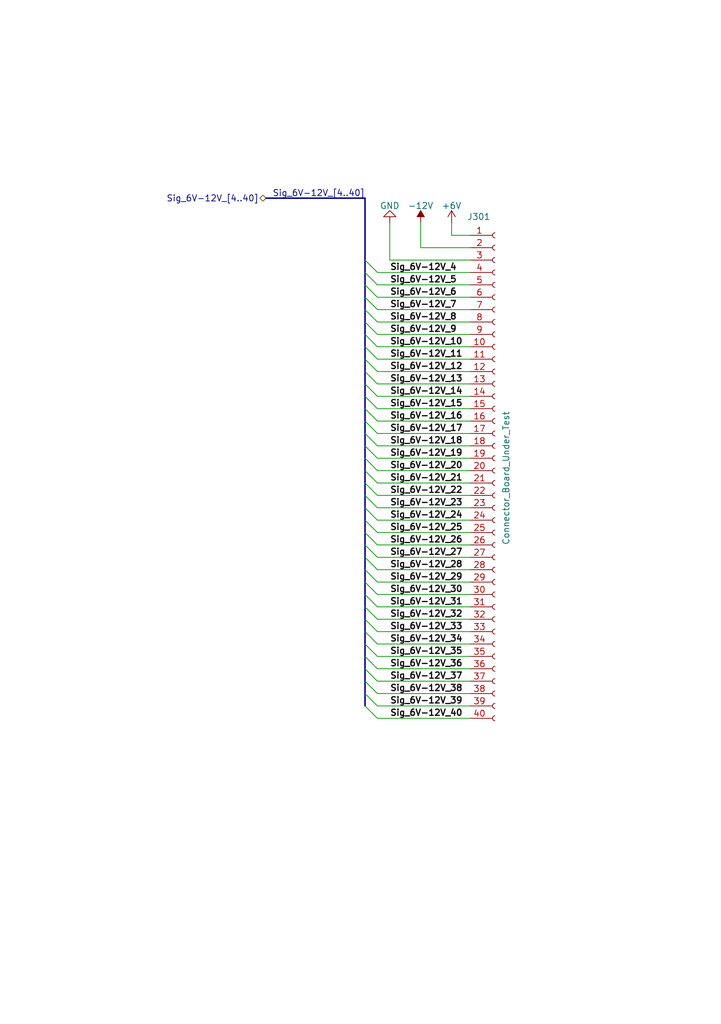
<source format=kicad_sch>
(kicad_sch (version 20250114) (generator "eeschema") (generator_version "9.0")
  (paper "A5" portrait)
  (title_block (title "VersaLogic board tester") (date "2025-08-13") (rev "1.0.alpha") (comment 1 "Copyright (c) 2025 by Filip Pynckels & Robin Pynckels"))
  (lib_symbols
    (symbol "Connector:Conn_01x40_Socket" (pin_names (offset 1.016) (hide yes))
      (property "Reference" "J" (at 0 50.8 0))
      (property "Value" "Conn_01x40_Socket" (at 0 -53.34 0))
      (symbol "Conn_01x40_Socket_1_1"
        (polyline (pts (xy -1.27 48.26) (xy -0.508 48.26)) (stroke (width 0.1524)))
        (polyline (pts (xy -1.27 45.72) (xy -0.508 45.72)) (stroke (width 0.1524)))
        (polyline (pts (xy -1.27 43.18) (xy -0.508 43.18)) (stroke (width 0.1524)))
        (polyline (pts (xy -1.27 40.64) (xy -0.508 40.64)) (stroke (width 0.1524)))
        (polyline (pts (xy -1.27 38.1) (xy -0.508 38.1)) (stroke (width 0.1524)))
        (polyline (pts (xy -1.27 35.56) (xy -0.508 35.56)) (stroke (width 0.1524)))
        (polyline (pts (xy -1.27 33.02) (xy -0.508 33.02)) (stroke (width 0.1524)))
        (polyline (pts (xy -1.27 30.48) (xy -0.508 30.48)) (stroke (width 0.1524)))
        (polyline (pts (xy -1.27 27.94) (xy -0.508 27.94)) (stroke (width 0.1524)))
        (polyline (pts (xy -1.27 25.4) (xy -0.508 25.4)) (stroke (width 0.1524)))
        (polyline (pts (xy -1.27 22.86) (xy -0.508 22.86)) (stroke (width 0.1524)))
        (polyline (pts (xy -1.27 20.32) (xy -0.508 20.32)) (stroke (width 0.1524)))
        (polyline (pts (xy -1.27 17.78) (xy -0.508 17.78)) (stroke (width 0.1524)))
        (polyline (pts (xy -1.27 15.24) (xy -0.508 15.24)) (stroke (width 0.1524)))
        (polyline (pts (xy -1.27 12.7) (xy -0.508 12.7)) (stroke (width 0.1524)))
        (polyline (pts (xy -1.27 10.16) (xy -0.508 10.16)) (stroke (width 0.1524)))
        (polyline (pts (xy -1.27 7.62) (xy -0.508 7.62)) (stroke (width 0.1524)))
        (polyline (pts (xy -1.27 5.08) (xy -0.508 5.08)) (stroke (width 0.1524)))
        (polyline (pts (xy -1.27 2.54) (xy -0.508 2.54)) (stroke (width 0.1524)))
        (polyline (pts (xy -1.27 0) (xy -0.508 0)) (stroke (width 0.1524)))
        (polyline (pts (xy -1.27 -2.54) (xy -0.508 -2.54)) (stroke (width 0.1524)))
        (polyline (pts (xy -1.27 -5.08) (xy -0.508 -5.08)) (stroke (width 0.1524)))
        (polyline (pts (xy -1.27 -7.62) (xy -0.508 -7.62)) (stroke (width 0.1524)))
        (polyline (pts (xy -1.27 -10.16) (xy -0.508 -10.16)) (stroke (width 0.1524)))
        (polyline (pts (xy -1.27 -12.7) (xy -0.508 -12.7)) (stroke (width 0.1524)))
        (polyline (pts (xy -1.27 -15.24) (xy -0.508 -15.24)) (stroke (width 0.1524)))
        (polyline (pts (xy -1.27 -17.78) (xy -0.508 -17.78)) (stroke (width 0.1524)))
        (polyline (pts (xy -1.27 -20.32) (xy -0.508 -20.32)) (stroke (width 0.1524)))
        (polyline (pts (xy -1.27 -22.86) (xy -0.508 -22.86)) (stroke (width 0.1524)))
        (polyline (pts (xy -1.27 -25.4) (xy -0.508 -25.4)) (stroke (width 0.1524)))
        (polyline (pts (xy -1.27 -27.94) (xy -0.508 -27.94)) (stroke (width 0.1524)))
        (polyline (pts (xy -1.27 -30.48) (xy -0.508 -30.48)) (stroke (width 0.1524)))
        (polyline (pts (xy -1.27 -33.02) (xy -0.508 -33.02)) (stroke (width 0.1524)))
        (polyline (pts (xy -1.27 -35.56) (xy -0.508 -35.56)) (stroke (width 0.1524)))
        (polyline (pts (xy -1.27 -38.1) (xy -0.508 -38.1)) (stroke (width 0.1524)))
        (polyline (pts (xy -1.27 -40.64) (xy -0.508 -40.64)) (stroke (width 0.1524)))
        (polyline (pts (xy -1.27 -43.18) (xy -0.508 -43.18)) (stroke (width 0.1524)))
        (polyline (pts (xy -1.27 -45.72) (xy -0.508 -45.72)) (stroke (width 0.1524)))
        (polyline (pts (xy -1.27 -48.26) (xy -0.508 -48.26)) (stroke (width 0.1524)))
        (polyline (pts (xy -1.27 -50.8) (xy -0.508 -50.8)) (stroke (width 0.1524)))
        (arc (start 0 47.752) (mid -0.5058 48.26) (end 0 48.768) (stroke (width 0.1524)))
        (arc (start 0 45.212) (mid -0.5058 45.72) (end 0 46.228) (stroke (width 0.1524)))
        (arc (start 0 42.672) (mid -0.5058 43.18) (end 0 43.688) (stroke (width 0.1524)))
        (arc (start 0 40.132) (mid -0.5058 40.64) (end 0 41.148) (stroke (width 0.1524)))
        (arc (start 0 37.592) (mid -0.5058 38.1) (end 0 38.608) (stroke (width 0.1524)))
        (arc (start 0 35.052) (mid -0.5058 35.56) (end 0 36.068) (stroke (width 0.1524)))
        (arc (start 0 32.512) (mid -0.5058 33.02) (end 0 33.528) (stroke (width 0.1524)))
        (arc (start 0 29.972) (mid -0.5058 30.48) (end 0 30.988) (stroke (width 0.1524)))
        (arc (start 0 27.432) (mid -0.5058 27.94) (end 0 28.448) (stroke (width 0.1524)))
        (arc (start 0 24.892) (mid -0.5058 25.4) (end 0 25.908) (stroke (width 0.1524)))
        (arc (start 0 22.352) (mid -0.5058 22.86) (end 0 23.368) (stroke (width 0.1524)))
        (arc (start 0 19.812) (mid -0.5058 20.32) (end 0 20.828) (stroke (width 0.1524)))
        (arc (start 0 17.272) (mid -0.5058 17.78) (end 0 18.288) (stroke (width 0.1524)))
        (arc (start 0 14.732) (mid -0.5058 15.24) (end 0 15.748) (stroke (width 0.1524)))
        (arc (start 0 12.192) (mid -0.5058 12.7) (end 0 13.208) (stroke (width 0.1524)))
        (arc (start 0 9.652) (mid -0.5058 10.16) (end 0 10.668) (stroke (width 0.1524)))
        (arc (start 0 7.112) (mid -0.5058 7.62) (end 0 8.128) (stroke (width 0.1524)))
        (arc (start 0 4.572) (mid -0.5058 5.08) (end 0 5.588) (stroke (width 0.1524)))
        (arc (start 0 2.032) (mid -0.5058 2.54) (end 0 3.048) (stroke (width 0.1524)))
        (arc (start 0 -0.508) (mid -0.5058 0) (end 0 0.508) (stroke (width 0.1524)))
        (arc (start 0 -3.048) (mid -0.5058 -2.54) (end 0 -2.032) (stroke (width 0.1524)))
        (arc (start 0 -5.588) (mid -0.5058 -5.08) (end 0 -4.572) (stroke (width 0.1524)))
        (arc (start 0 -8.128) (mid -0.5058 -7.62) (end 0 -7.112) (stroke (width 0.1524)))
        (arc (start 0 -10.668) (mid -0.5058 -10.16) (end 0 -9.652) (stroke (width 0.1524)))
        (arc (start 0 -13.208) (mid -0.5058 -12.7) (end 0 -12.192) (stroke (width 0.1524)))
        (arc (start 0 -15.748) (mid -0.5058 -15.24) (end 0 -14.732) (stroke (width 0.1524)))
        (arc (start 0 -18.288) (mid -0.5058 -17.78) (end 0 -17.272) (stroke (width 0.1524)))
        (arc (start 0 -20.828) (mid -0.5058 -20.32) (end 0 -19.812) (stroke (width 0.1524)))
        (arc (start 0 -23.368) (mid -0.5058 -22.86) (end 0 -22.352) (stroke (width 0.1524)))
        (arc (start 0 -25.908) (mid -0.5058 -25.4) (end 0 -24.892) (stroke (width 0.1524)))
        (arc (start 0 -28.448) (mid -0.5058 -27.94) (end 0 -27.432) (stroke (width 0.1524)))
        (arc (start 0 -30.988) (mid -0.5058 -30.48) (end 0 -29.972) (stroke (width 0.1524)))
        (arc (start 0 -33.528) (mid -0.5058 -33.02) (end 0 -32.512) (stroke (width 0.1524)))
        (arc (start 0 -36.068) (mid -0.5058 -35.56) (end 0 -35.052) (stroke (width 0.1524)))
        (arc (start 0 -38.608) (mid -0.5058 -38.1) (end 0 -37.592) (stroke (width 0.1524)))
        (arc (start 0 -41.148) (mid -0.5058 -40.64) (end 0 -40.132) (stroke (width 0.1524)))
        (arc (start 0 -43.688) (mid -0.5058 -43.18) (end 0 -42.672) (stroke (width 0.1524)))
        (arc (start 0 -46.228) (mid -0.5058 -45.72) (end 0 -45.212) (stroke (width 0.1524)))
        (arc (start 0 -48.768) (mid -0.5058 -48.26) (end 0 -47.752) (stroke (width 0.1524)))
        (arc (start 0 -51.308) (mid -0.5058 -50.8) (end 0 -50.292) (stroke (width 0.1524)))
        (pin passive line (at -5.08 48.26 0) (length 3.81) (name "Pin_1") (number "1"))
        (pin passive line (at -5.08 45.72 0) (length 3.81) (name "Pin_2") (number "2"))
        (pin passive line (at -5.08 43.18 0) (length 3.81) (name "Pin_3") (number "3"))
        (pin passive line (at -5.08 40.64 0) (length 3.81) (name "Pin_4") (number "4"))
        (pin passive line (at -5.08 38.1 0) (length 3.81) (name "Pin_5") (number "5"))
        (pin passive line (at -5.08 35.56 0) (length 3.81) (name "Pin_6") (number "6"))
        (pin passive line (at -5.08 33.02 0) (length 3.81) (name "Pin_7") (number "7"))
        (pin passive line (at -5.08 30.48 0) (length 3.81) (name "Pin_8") (number "8"))
        (pin passive line (at -5.08 27.94 0) (length 3.81) (name "Pin_9") (number "9"))
        (pin passive line (at -5.08 25.4 0) (length 3.81) (name "Pin_10") (number "10"))
        (pin passive line (at -5.08 22.86 0) (length 3.81) (name "Pin_11") (number "11"))
        (pin passive line (at -5.08 20.32 0) (length 3.81) (name "Pin_12") (number "12"))
        (pin passive line (at -5.08 17.78 0) (length 3.81) (name "Pin_13") (number "13"))
        (pin passive line (at -5.08 15.24 0) (length 3.81) (name "Pin_14") (number "14"))
        (pin passive line (at -5.08 12.7 0) (length 3.81) (name "Pin_15") (number "15"))
        (pin passive line (at -5.08 10.16 0) (length 3.81) (name "Pin_16") (number "16"))
        (pin passive line (at -5.08 7.62 0) (length 3.81) (name "Pin_17") (number "17"))
        (pin passive line (at -5.08 5.08 0) (length 3.81) (name "Pin_18") (number "18"))
        (pin passive line (at -5.08 2.54 0) (length 3.81) (name "Pin_19") (number "19"))
        (pin passive line (at -5.08 0 0) (length 3.81) (name "Pin_20") (number "20"))
        (pin passive line (at -5.08 -2.54 0) (length 3.81) (name "Pin_21") (number "21"))
        (pin passive line (at -5.08 -5.08 0) (length 3.81) (name "Pin_22") (number "22"))
        (pin passive line (at -5.08 -7.62 0) (length 3.81) (name "Pin_23") (number "23"))
        (pin passive line (at -5.08 -10.16 0) (length 3.81) (name "Pin_24") (number "24"))
        (pin passive line (at -5.08 -12.7 0) (length 3.81) (name "Pin_25") (number "25"))
        (pin passive line (at -5.08 -15.24 0) (length 3.81) (name "Pin_26") (number "26"))
        (pin passive line (at -5.08 -17.78 0) (length 3.81) (name "Pin_27") (number "27"))
        (pin passive line (at -5.08 -20.32 0) (length 3.81) (name "Pin_28") (number "28"))
        (pin passive line (at -5.08 -22.86 0) (length 3.81) (name "Pin_29") (number "29"))
        (pin passive line (at -5.08 -25.4 0) (length 3.81) (name "Pin_30") (number "30"))
        (pin passive line (at -5.08 -27.94 0) (length 3.81) (name "Pin_31") (number "31"))
        (pin passive line (at -5.08 -30.48 0) (length 3.81) (name "Pin_32") (number "32"))
        (pin passive line (at -5.08 -33.02 0) (length 3.81) (name "Pin_33") (number "33"))
        (pin passive line (at -5.08 -35.56 0) (length 3.81) (name "Pin_34") (number "34"))
        (pin passive line (at -5.08 -38.1 0) (length 3.81) (name "Pin_35") (number "35"))
        (pin passive line (at -5.08 -40.64 0) (length 3.81) (name "Pin_36") (number "36"))
        (pin passive line (at -5.08 -43.18 0) (length 3.81) (name "Pin_37") (number "37"))
        (pin passive line (at -5.08 -45.72 0) (length 3.81) (name "Pin_38") (number "38"))
        (pin passive line (at -5.08 -48.26 0) (length 3.81) (name "Pin_39") (number "39"))
        (pin passive line (at -5.08 -50.8 0) (length 3.81) (name "Pin_40") (number "40"))
      )
    )
    (symbol "power:+6V" (power) (pin_numbers (hide yes)) (pin_names (offset 0) (hide yes))
      (property "Value" "+6V" (at 0 3.556 0))
      (symbol "+6V_0_1"
        (polyline (pts (xy -0.762 1.27) (xy 0 2.54)))
        (polyline (pts (xy 0 2.54) (xy 0.762 1.27)))
        (polyline (pts (xy 0 0) (xy 0 2.54)))
      )
      (symbol "+6V_1_1"
        (pin power_in line (at 0 0 90) (length 0) (name "~") (number "1"))
      )
    )
    (symbol "power:-12V" (power) (pin_numbers (hide yes)) (pin_names (offset 0) (hide yes))
      (property "Value" "-12V" (at 0 3.556 0))
      (symbol "-12V_0_0"
        (pin power_in line (at 0 0 90) (length 0) (name "~") (number "1"))
      )
      (symbol "-12V_0_1"
        (polyline (pts (xy 0 0) (xy 0 1.27) (xy 0.762 1.27) (xy 0 2.54) (xy -0.762 1.27) (xy 0 1.27)) (fill (type outline)))
      )
    )
    (symbol "power:GND" (power) (pin_numbers (hide yes)) (pin_names (offset 0) (hide yes))
      (property "Value" "GND" (at 0 -3.81 0))
      (symbol "GND_0_1"
        (polyline (pts (xy 0 0) (xy 0 -1.27) (xy 1.27 -1.27) (xy 0 -2.54) (xy -1.27 -1.27) (xy 0 -1.27)))
      )
      (symbol "GND_1_1"
        (pin power_in line (at 0 0 270) (length 0) (name "~") (number "1"))
      )
    )
  )
  (bus_entry (at 74.93 91.44) (size 2.54 2.54))
  (bus_entry (at 74.93 88.9) (size 2.54 2.54))
  (bus_entry (at 74.93 106.68) (size 2.54 2.54))
  (bus_entry (at 74.93 71.12) (size 2.54 2.54))
  (bus_entry (at 74.93 121.92) (size 2.54 2.54))
  (bus_entry (at 74.93 104.14) (size 2.54 2.54))
  (bus_entry (at 74.93 93.98) (size 2.54 2.54))
  (bus_entry (at 74.93 83.82) (size 2.54 2.54))
  (bus_entry (at 74.93 111.76) (size 2.54 2.54))
  (bus_entry (at 74.93 73.66) (size 2.54 2.54))
  (bus_entry (at 74.93 76.2) (size 2.54 2.54))
  (bus_entry (at 74.93 81.28) (size 2.54 2.54))
  (bus_entry (at 74.93 96.52) (size 2.54 2.54))
  (bus_entry (at 74.93 142.24) (size 2.54 2.54))
  (bus_entry (at 74.93 101.6) (size 2.54 2.54))
  (bus_entry (at 74.93 60.96) (size 2.54 2.54))
  (bus_entry (at 74.93 114.3) (size 2.54 2.54))
  (bus_entry (at 74.93 55.88) (size 2.54 2.54))
  (bus_entry (at 74.93 124.46) (size 2.54 2.54))
  (bus_entry (at 74.93 134.62) (size 2.54 2.54))
  (bus_entry (at 74.93 132.08) (size 2.54 2.54))
  (bus_entry (at 74.93 129.54) (size 2.54 2.54))
  (bus_entry (at 74.93 119.38) (size 2.54 2.54))
  (bus_entry (at 74.93 139.7) (size 2.54 2.54))
  (bus_entry (at 74.93 116.84) (size 2.54 2.54))
  (bus_entry (at 74.93 53.34) (size 2.54 2.54))
  (bus_entry (at 74.93 137.16) (size 2.54 2.54))
  (bus_entry (at 74.93 78.74) (size 2.54 2.54))
  (bus_entry (at 74.93 99.06) (size 2.54 2.54))
  (bus_entry (at 74.93 144.78) (size 2.54 2.54))
  (bus_entry (at 74.93 58.42) (size 2.54 2.54))
  (bus_entry (at 74.93 109.22) (size 2.54 2.54))
  (bus_entry (at 74.93 86.36) (size 2.54 2.54))
  (bus_entry (at 74.93 68.58) (size 2.54 2.54))
  (bus_entry (at 74.93 66.04) (size 2.54 2.54))
  (bus_entry (at 74.93 63.5) (size 2.54 2.54))
  (bus_entry (at 74.93 127) (size 2.54 2.54))
  (bus (pts (xy 74.93 99.06) (xy 74.93 101.6)))
  (wire (pts (xy 77.47 71.12) (xy 96.52 71.12)))
  (wire (pts (xy 80.01 53.34) (xy 80.01 45.72)))
  (bus (pts (xy 74.93 101.6) (xy 74.93 104.14)))
  (bus (pts (xy 74.93 129.54) (xy 74.93 132.08)))
  (wire (pts (xy 77.47 60.96) (xy 96.52 60.96)))
  (bus (pts (xy 74.93 55.88) (xy 74.93 58.42)))
  (bus (pts (xy 74.93 111.76) (xy 74.93 114.3)))
  (bus (pts (xy 74.93 142.24) (xy 74.93 144.78)))
  (wire (pts (xy 77.47 137.16) (xy 96.52 137.16)))
  (wire (pts (xy 77.47 116.84) (xy 96.52 116.84)))
  (wire (pts (xy 77.47 81.28) (xy 96.52 81.28)))
  (wire (pts (xy 77.47 139.7) (xy 96.52 139.7)))
  (wire (pts (xy 77.47 76.2) (xy 96.52 76.2)))
  (wire (pts (xy 77.47 91.44) (xy 96.52 91.44)))
  (bus (pts (xy 74.93 81.28) (xy 74.93 83.82)))
  (wire (pts (xy 77.47 104.14) (xy 96.52 104.14)))
  (wire (pts (xy 86.36 50.8) (xy 96.52 50.8)))
  (wire (pts (xy 77.47 144.78) (xy 96.52 144.78)))
  (bus (pts (xy 74.93 127) (xy 74.93 129.54)))
  (bus (pts (xy 74.93 83.82) (xy 74.93 86.36)))
  (wire (pts (xy 77.47 119.38) (xy 96.52 119.38)))
  (wire (pts (xy 77.47 127) (xy 96.52 127)))
  (wire (pts (xy 77.47 114.3) (xy 96.52 114.3)))
  (bus (pts (xy 74.93 40.64) (xy 74.93 53.34)))
  (bus (pts (xy 74.93 96.52) (xy 74.93 99.06)))
  (bus (pts (xy 74.93 76.2) (xy 74.93 78.74)))
  (bus (pts (xy 74.93 139.7) (xy 74.93 142.24)))
  (wire (pts (xy 77.47 78.74) (xy 96.52 78.74)))
  (bus (pts (xy 74.93 91.44) (xy 74.93 93.98)))
  (wire (pts (xy 77.47 124.46) (xy 96.52 124.46)))
  (bus (pts (xy 74.93 86.36) (xy 74.93 88.9)))
  (wire (pts (xy 77.47 88.9) (xy 96.52 88.9)))
  (wire (pts (xy 77.47 134.62) (xy 96.52 134.62)))
  (bus (pts (xy 74.93 53.34) (xy 74.93 55.88)))
  (wire (pts (xy 77.47 132.08) (xy 96.52 132.08)))
  (bus (pts (xy 74.93 63.5) (xy 74.93 66.04)))
  (bus (pts (xy 74.93 124.46) (xy 74.93 127)))
  (wire (pts (xy 80.01 53.34) (xy 96.52 53.34)))
  (wire (pts (xy 77.47 142.24) (xy 96.52 142.24)))
  (bus (pts (xy 74.93 60.96) (xy 74.93 63.5)))
  (bus (pts (xy 74.93 73.66) (xy 74.93 76.2)))
  (bus (pts (xy 54.61 40.64) (xy 74.93 40.64)))
  (wire (pts (xy 77.47 111.76) (xy 96.52 111.76)))
  (wire (pts (xy 77.47 55.88) (xy 96.52 55.88)))
  (bus (pts (xy 74.93 66.04) (xy 74.93 68.58)))
  (bus (pts (xy 74.93 106.68) (xy 74.93 109.22)))
  (wire (pts (xy 77.47 83.82) (xy 96.52 83.82)))
  (bus (pts (xy 74.93 116.84) (xy 74.93 119.38)))
  (wire (pts (xy 77.47 96.52) (xy 96.52 96.52)))
  (bus (pts (xy 74.93 134.62) (xy 74.93 137.16)))
  (bus (pts (xy 74.93 88.9) (xy 74.93 91.44)))
  (bus (pts (xy 74.93 132.08) (xy 74.93 134.62)))
  (wire (pts (xy 92.71 48.26) (xy 96.52 48.26)))
  (wire (pts (xy 77.47 86.36) (xy 96.52 86.36)))
  (bus (pts (xy 74.93 68.58) (xy 74.93 71.12)))
  (wire (pts (xy 77.47 147.32) (xy 96.52 147.32)))
  (bus (pts (xy 74.93 114.3) (xy 74.93 116.84)))
  (wire (pts (xy 77.47 93.98) (xy 96.52 93.98)))
  (bus (pts (xy 74.93 104.14) (xy 74.93 106.68)))
  (wire (pts (xy 86.36 50.8) (xy 86.36 45.72)))
  (wire (pts (xy 77.47 129.54) (xy 96.52 129.54)))
  (wire (pts (xy 77.47 101.6) (xy 96.52 101.6)))
  (bus (pts (xy 74.93 109.22) (xy 74.93 111.76)))
  (bus (pts (xy 74.93 71.12) (xy 74.93 73.66)))
  (wire (pts (xy 77.47 99.06) (xy 96.52 99.06)))
  (wire (pts (xy 77.47 121.92) (xy 96.52 121.92)))
  (wire (pts (xy 77.47 106.68) (xy 96.52 106.68)))
  (wire (pts (xy 77.47 58.42) (xy 96.52 58.42)))
  (wire (pts (xy 77.47 66.04) (xy 96.52 66.04)))
  (wire (pts (xy 77.47 73.66) (xy 96.52 73.66)))
  (wire (pts (xy 77.47 109.22) (xy 96.52 109.22)))
  (wire (pts (xy 77.47 68.58) (xy 96.52 68.58)))
  (wire (pts (xy 92.71 48.26) (xy 92.71 45.72)))
  (bus (pts (xy 74.93 137.16) (xy 74.93 139.7)))
  (bus (pts (xy 74.93 93.98) (xy 74.93 96.52)))
  (bus (pts (xy 74.93 78.74) (xy 74.93 81.28)))
  (bus (pts (xy 74.93 121.92) (xy 74.93 124.46)))
  (bus (pts (xy 74.93 58.42) (xy 74.93 60.96)))
  (bus (pts (xy 74.93 119.38) (xy 74.93 121.92)))
  (wire (pts (xy 77.47 63.5) (xy 96.52 63.5)))
  (label "Sig_6V-12V_6" (at 80.01 60.96 0) (effects (font (thickness 0.254) (bold yes))))
  (label "Sig_6V-12V_16" (at 80.01 86.36 0) (effects (font (thickness 0.254) (bold yes))))
  (label "Sig_6V-12V_20" (at 80.01 96.52 0) (effects (font (thickness 0.254) (bold yes))))
  (label "Sig_6V-12V_35" (at 80.01 134.62 0) (effects (font (thickness 0.254) (bold yes))))
  (label "Sig_6V-12V_8" (at 80.01 66.04 0) (effects (font (thickness 0.254) (bold yes))))
  (label "Sig_6V-12V_40" (at 80.01 147.32 0) (effects (font (thickness 0.254) (bold yes))))
  (label "Sig_6V-12V_22" (at 80.01 101.6 0) (effects (font (thickness 0.254) (bold yes))))
  (label "Sig_6V-12V_29" (at 80.01 119.38 0) (effects (font (thickness 0.254) (bold yes))))
  (label "Sig_6V-12V_9" (at 80.01 68.58 0) (effects (font (thickness 0.254) (bold yes))))
  (label "Sig_6V-12V_13" (at 80.01 78.74 0) (effects (font (thickness 0.254) (bold yes))))
  (label "Sig_6V-12V_19" (at 80.01 93.98 0) (effects (font (thickness 0.254) (bold yes))))
  (label "Sig_6V-12V_25" (at 80.01 109.22 0) (effects (font (thickness 0.254) (bold yes))))
  (label "Sig_6V-12V_11" (at 80.01 73.66 0) (effects (font (thickness 0.254) (bold yes))))
  (label "Sig_6V-12V_17" (at 80.01 88.9 0) (effects (font (thickness 0.254) (bold yes))))
  (label "Sig_6V-12V_10" (at 80.01 71.12 0) (effects (font (thickness 0.254) (bold yes))))
  (label "Sig_6V-12V_5" (at 80.01 58.42 0) (effects (font (thickness 0.254) (bold yes))))
  (label "Sig_6V-12V_23" (at 80.01 104.14 0) (effects (font (thickness 0.254) (bold yes))))
  (label "Sig_6V-12V_31" (at 80.01 124.46 0) (effects (font (thickness 0.254) (bold yes))))
  (label "Sig_6V-12V_15" (at 80.01 83.82 0) (effects (font (thickness 0.254) (bold yes))))
  (label "Sig_6V-12V_32" (at 80.01 127 0) (effects (font (thickness 0.254) (bold yes))))
  (label "Sig_6V-12V_14" (at 80.01 81.28 0) (effects (font (thickness 0.254) (bold yes))))
  (label "Sig_6V-12V_28" (at 80.01 116.84 0) (effects (font (thickness 0.254) (bold yes))))
  (label "Sig_6V-12V_[4..40]" (at 74.93 40.64 180))
  (label "Sig_6V-12V_33" (at 80.01 129.54 0) (effects (font (thickness 0.254) (bold yes))))
  (label "Sig_6V-12V_39" (at 80.01 144.78 0) (effects (font (thickness 0.254) (bold yes))))
  (label "Sig_6V-12V_36" (at 80.01 137.16 0) (effects (font (thickness 0.254) (bold yes))))
  (label "Sig_6V-12V_24" (at 80.01 106.68 0) (effects (font (thickness 0.254) (bold yes))))
  (label "Sig_6V-12V_37" (at 80.01 139.7 0) (effects (font (thickness 0.254) (bold yes))))
  (label "Sig_6V-12V_27" (at 80.01 114.3 0) (effects (font (thickness 0.254) (bold yes))))
  (label "Sig_6V-12V_4" (at 80.01 55.88 0) (effects (font (thickness 0.254) (bold yes))))
  (label "Sig_6V-12V_18" (at 80.01 91.44 0) (effects (font (thickness 0.254) (bold yes))))
  (label "Sig_6V-12V_12" (at 80.01 76.2 0) (effects (font (thickness 0.254) (bold yes))))
  (label "Sig_6V-12V_30" (at 80.01 121.92 0) (effects (font (thickness 0.254) (bold yes))))
  (label "Sig_6V-12V_26" (at 80.01 111.76 0) (effects (font (thickness 0.254) (bold yes))))
  (label "Sig_6V-12V_7" (at 80.01 63.5 0) (effects (font (thickness 0.254) (bold yes))))
  (label "Sig_6V-12V_38" (at 80.01 142.24 0) (effects (font (thickness 0.254) (bold yes))))
  (label "Sig_6V-12V_21" (at 80.01 99.06 0) (effects (font (thickness 0.254) (bold yes))))
  (label "Sig_6V-12V_34" (at 80.01 132.08 0) (effects (font (thickness 0.254) (bold yes))))
  (hierarchical_label "Sig_6V-12V_[4..40]" (shape tri_state) (at 54.61 40.64 180))
  (symbol (lib_id "Connector:Conn_01x40_Socket") (at 101.6 96.52 0) (unit 1)
    (property "Reference" "J301" (at 98.298 44.45 0))
    (property "Value" "Connector_Board_Under_Test" (at 103.886 98.044 90))
    (property "Description" "Generic connector, single row, 01x40, script generated" (effects (hide yes)))
  )
  (symbol (lib_id "power:-12V") (at 86.36 45.72 0) (mirror y) (unit 1)
    (property "Reference" "#PWR0302" (effects (hide yes)))
    (property "Value" "-12V" (at 86.36 42.926 0) (effects (justify bottom)))
    (property "Description" "Power symbol creates a global label with name \"-12V\"" (effects (hide yes)))
  )
  (symbol (lib_id "power:GND") (at 80.01 45.72 0) (mirror x) (unit 1)
    (property "Reference" "#PWR0301" (effects (hide yes)))
    (property "Value" "GND" (at 80.01 42.926 0) (effects (justify top)))
    (property "Description" "Power symbol creates a global label with name \"GND\" , ground" (effects (hide yes)))
  )
  (symbol (lib_id "power:+6V") (at 92.71 45.72 0) (mirror y) (unit 1)
    (property "Reference" "#PWR0303" (effects (hide yes)))
    (property "Value" "+6V" (at 92.71 42.926 0) (effects (justify bottom)))
    (property "Description" "Power symbol creates a global label with name \"+6V\"" (effects (hide yes)))
  )
)
</source>
